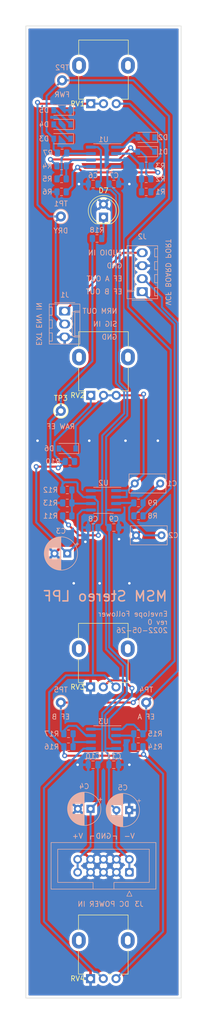
<source format=kicad_pcb>
(kicad_pcb (version 20211014) (generator pcbnew)
  (title_block (title "MSM Stereo LPF envelope follower board") (date "2022-05-26") (rev "0") (comment 1 "creativecommons.org/licenses/by/4.0") (comment 2 "License: CC by 4.0") (comment 3 "Drawn by: Jordan Aceto"))
  (layers (0 "F.Cu" signal) (31 "B.Cu" signal) (34 "B.Paste" user) (35 "F.Paste" user) (36 "B.SilkS" user "B.Silkscreen") (37 "F.SilkS" user "F.Silkscreen") (38 "B.Mask" user) (39 "F.Mask" user) (44 "Edge.Cuts" user))
  (net 0 "")
  (net 1 "/fwr/SIGNAL_IN")
  (net 2 "Net-(C1-Pad2)")
  (net 3 "Net-(C2-Pad1)")
  (net 4 "GND")
  (net 5 "Net-(C3-Pad1)")
  (net 6 "/attenuverters/SIGNAL_IN")
  (net 7 "+15V")
  (net 8 "-15V")
  (net 9 "Net-(D1-Pad1)")
  (net 10 "Net-(D2-Pad1)")
  (net 11 "Net-(C1-Pad1)")
  (net 12 "Net-(D4-Pad1)")
  (net 13 "/DRY_AUDIO_FROM_VCF_BOARD")
  (net 14 "/attenuverters/ENVELOPE_OUT_A")
  (net 15 "/attenuverters/ENVELOPE_OUT_B")
  (net 16 "Net-(D3-Pad1)")
  (net 17 "/fwr/SIGNAL_OUT")
  (net 18 "Net-(RV3-Pad2)")
  (net 19 "Net-(RV4-Pad2)")
  (net 20 "Net-(D1-Pad2)")
  (net 21 "Net-(D6-Pad2)")
  (net 22 "Net-(D7-Pad1)")
  (net 23 "Net-(R1-Pad1)")
  (net 24 "Net-(R5-Pad2)")
  (net 25 "Net-(R1-Pad2)")
  (net 26 "Net-(R4-Pad2)")
  (net 27 "Net-(R11-Pad2)")
  (net 28 "Net-(R14-Pad2)")
  (net 29 "Net-(R16-Pad2)")
  (footprint "Potentiometer_THT:Potentiometer_Alpha_RD901F-40-00D_Single_Vertical" (layer "F.Cu") (at 127.04 25.4 90)
    (fp_text reference "RV1")
    (fp_text value "100k")
  )
  (footprint "LED_THT:LED_D5.0mm" (layer "F.Cu") (at 129.54 47.63 90)
    (fp_text reference "D7")
    (fp_text value "red_green")
  )
  (footprint "Potentiometer_THT:Potentiometer_Alpha_RD901F-40-00D_Single_Vertical" (layer "F.Cu") (at 127.04 82.55 90)
    (fp_text reference "RV2")
    (fp_text value "100k")
  )
  (footprint "Potentiometer_THT:Potentiometer_Alpha_RD901F-40-00D_Single_Vertical" (layer "F.Cu") (at 127 196.85 90)
    (fp_text reference "RV4")
    (fp_text value "100k C.D.")
  )
  (footprint "Potentiometer_THT:Potentiometer_Alpha_RD901F-40-00D_Single_Vertical" (layer "F.Cu") (at 127 139.7 90)
    (fp_text reference "RV3")
    (fp_text value "100k C.D.")
  )
  (footprint "TestPoint:TestPoint_Keystone_5000-5004_Miniature" (layer "F.Cu") (at 121.158 85.598)
    (fp_text reference "TP3")
    (fp_text value "raw_env")
  )
  (footprint "Package_SO:SOIC-8_3.9x4.9mm_P1.27mm" (layer "B.Cu") (at 129.54 149.86 180)
    (fp_text reference "U3")
    (fp_text value "TL072")
  )
  (footprint "Resistor_SMD:R_0805_2012Metric" (layer "B.Cu") (at 122.428 106.172)
    (fp_text reference "R11")
    (fp_text value "680k")
  )
  (footprint "Resistor_SMD:R_0805_2012Metric" (layer "B.Cu") (at 136.398 106.172 180)
    (fp_text reference "R8")
    (fp_text value "10k")
  )
  (footprint "Connector_IDC:IDC-Header_2x05_P2.54mm_Vertical" (layer "B.Cu") (at 134.62 176.0125 90)
    (fp_text reference "J3")
    (fp_text value "power_entry")
  )
  (footprint "Capacitor_SMD:C_0805_2012Metric" (layer "B.Cu") (at 131.572 41.148 180)
    (fp_text reference "C7")
    (fp_text value "100n")
  )
  (footprint "TestPoint:TestPoint_Keystone_5000-5004_Miniature" (layer "B.Cu") (at 121.158 47.498 180)
    (fp_text reference "TP1")
    (fp_text value "dry_audio")
  )
  (footprint "Resistor_SMD:R_0805_2012Metric" (layer "B.Cu") (at 121.3085 40.132 180)
    (fp_text reference "R5")
    (fp_text value "100k")
  )
  (footprint "Resistor_SMD:R_0805_2012Metric" (layer "B.Cu") (at 136.378259 148.87)
    (fp_text reference "R15")
    (fp_text value "100k")
  )
  (footprint "Resistor_SMD:R_0805_2012Metric" (layer "B.Cu") (at 136.398 103.632 180)
    (fp_text reference "R9")
    (fp_text value "10k")
  )
  (footprint "Diode_SMD:D_SOD-123" (layer "B.Cu") (at 137.922 32.004 180)
    (fp_text reference "D2")
    (fp_text value "1N4148W")
  )
  (footprint "Capacitor_THT:C_Rect_L7.0mm_W3.5mm_P5.00mm" (layer "B.Cu") (at 140.93 109.982 180)
    (fp_text reference "C2")
    (fp_text value "220n")
  )
  (footprint "Connector_Molex:Molex_KK-254_AE-6410-03A_1x03_P2.54mm_Vertical" (layer "B.Cu") (at 121.92 66.04 -90)
    (fp_text reference "J1")
    (fp_text value "audio_IO")
  )
  (footprint "Capacitor_SMD:C_0805_2012Metric" (layer "B.Cu") (at 127.488259 154.94 180)
    (fp_text reference "C10")
    (fp_text value "100n")
  )
  (footprint "Package_SO:SOIC-8_3.9x4.9mm_P1.27mm" (layer "B.Cu") (at 129.54 103.124 180)
    (fp_text reference "U2")
    (fp_text value "TL072")
  )
  (footprint "Capacitor_THT:CP_Radial_D6.3mm_P2.50mm" (layer "B.Cu") (at 134.58 163.83 180)
    (fp_text reference "C5")
    (fp_text value "10u")
  )
  (footprint "Capacitor_THT:CP_Radial_D6.3mm_P2.50mm" (layer "B.Cu") (at 127 163.576 180)
    (fp_text reference "C4")
    (fp_text value "10u")
  )
  (footprint "Resistor_SMD:R_0805_2012Metric" (layer "B.Cu") (at 121.3085 37.592)
    (fp_text reference "R4")
    (fp_text value "100k")
  )
  (footprint "Resistor_SMD:R_0805_2012Metric" (layer "B.Cu") (at 121.3085 42.672 180)
    (fp_text reference "R6")
    (fp_text value "100k")
  )
  (footprint "Resistor_SMD:R_0805_2012Metric" (layer "B.Cu") (at 128.27 51.816 180)
    (fp_text reference "R18")
    (fp_text value "3k3")
  )
  (footprint "Connector_Molex:Molex_KK-254_AE-6410-04A_1x04_P2.54mm_Vertical" (layer "B.Cu") (at 137.14 62.23 90)
    (fp_text reference "J2")
    (fp_text value "vcf_board_port")
  )
  (footprint "TestPoint:TestPoint_Keystone_5000-5004_Miniature" (layer "B.Cu") (at 121.412 20.828 180)
    (fp_text reference "TP2")
    (fp_text value "fwr_positive_signal")
  )
  (footprint "Diode_SMD:D_SOD-123" (layer "B.Cu") (at 137.922 34.798 180)
    (fp_text reference "D1")
    (fp_text value "1N4148W")
  )
  (footprint "Resistor_SMD:R_0805_2012Metric" (layer "B.Cu") (at 137.922 40.132)
    (fp_text reference "R2")
    (fp_text value "100k")
  )
  (footprint "Diode_SMD:D_SOD-123" (layer "B.Cu") (at 121.412 32.258 180)
    (fp_text reference "D3")
    (fp_text value "1N4148W")
  )
  (footprint "Capacitor_SMD:C_0805_2012Metric" (layer "B.Cu") (at 131.552259 154.94 180)
    (fp_text reference "C11")
    (fp_text value "100n")
  )
  (footprint "Resistor_SMD:R_0805_2012Metric" (layer "B.Cu") (at 122.428 103.632 180)
    (fp_text reference "R13")
    (fp_text value "47k")
  )
  (footprint "Resistor_SMD:R_0805_2012Metric" (layer "B.Cu") (at 121.412 35.052 180)
    (fp_text reference "R7")
    (fp_text value "5k6")
  )
  (footprint "TestPoint:TestPoint_Keystone_5000-5004_Miniature" (layer "B.Cu") (at 137.922 142.748 180)
    (fp_text reference "TP4")
    (fp_text value "env_A")
  )
  (footprint "Resistor_SMD:R_0805_2012Metric" (layer "B.Cu") (at 122.662259 148.87 180)
    (fp_text reference "R17")
    (fp_text value "100k")
  )
  (footprint "Capacitor_THT:CP_Radial_D6.3mm_P2.50mm" (layer "B.Cu") (at 122.428 113.538 180)
    (fp_text reference "C3")
    (fp_text value "10u")
  )
  (footprint "Diode_SMD:D_SOD-123" (layer "B.Cu") (at 121.412 29.464 180)
    (fp_text reference "D4")
    (fp_text value "1N4148W")
  )
  (footprint "Resistor_SMD:R_0805_2012Metric" (layer "B.Cu") (at 122.662259 151.41)
    (fp_text reference "R16")
    (fp_text value "100k")
  )
  (footprint "Resistor_SMD:R_0805_2012Metric" (layer "B.Cu") (at 136.378259 151.41 180)
    (fp_text reference "R14")
    (fp_text value "100k")
  )
  (footprint "Resistor_SMD:R_0805_2012Metric" (layer "B.Cu") (at 137.922 42.672 180)
    (fp_text reference "R1")
    (fp_text value "5k6")
  )
  (footprint "Diode_SMD:D_SOD-123" (layer "B.Cu") (at 122.428 92.964 180)
    (fp_text reference "D6")
    (fp_text value "1N4148W")
  )
  (footprint "Package_SO:SOIC-8_3.9x4.9mm_P1.27mm" (layer "B.Cu") (at 129.54 35.814 180)
    (fp_text reference "U1")
    (fp_text value "TL072")
  )
  (footprint "Resistor_SMD:R_0805_2012Metric" (layer "B.Cu") (at 137.922 37.592)
    (fp_text reference "R3")
    (fp_text value "100k")
  )
  (footprint "Diode_SMD:D_SOD-123" (layer "B.Cu") (at 121.412 26.67 180)
    (fp_text reference "D5")
    (fp_text value "1N4148W")
  )
  (footprint "TestPoint:TestPoint_Keystone_5000-5004_Miniature" (layer "B.Cu") (at 121.158 142.748 180)
    (fp_text reference "TP5")
    (fp_text value "env_B")
  )
  (footprint "Capacitor_SMD:C_0805_2012Metric" (layer "B.Cu") (at 127.508 108.458 180)
    (fp_text reference "C8")
    (fp_text value "100n")
  )
  (footprint "Resistor_SMD:R_0805_2012Metric" (layer "B.Cu") (at 122.428 101.092 180)
    (fp_text reference "R12")
    (fp_text value "220k")
  )
  (footprint "Capacitor_SMD:C_0805_2012Metric" (layer "B.Cu") (at 127.508 41.148 180)
    (fp_text reference "C6")
    (fp_text value "100n")
  )
  (footprint "Resistor_SMD:R_0805_2012Metric" (layer "B.Cu") (at 122.936 95.504 180)
    (fp_text reference "R10")
    (fp_text value "1k")
  )
  (footprint "Capacitor_SMD:C_0805_2012Metric" (layer "B.Cu") (at 131.572 108.458 180)
    (fp_text reference "C9")
    (fp_text value "100n")
  )
  (footprint "Capacitor_THT:C_Rect_L7.0mm_W3.5mm_P5.00mm" (layer "B.Cu") (at 140.676 99.822 180)
    (fp_text reference "C1")
    (fp_text value "470n")
  )
  (gr_line (start 127 168.91) (end 127 169.545) (layer "B.SilkS") (width 0.15))
  (gr_line (start 127.635 168.91) (end 127 168.91) (layer "B.SilkS") (width 0.15))
  (gr_line (start 132.08 168.91) (end 132.08 169.545) (layer "B.SilkS") (width 0.15))
  (gr_line (start 131.445 168.91) (end 132.08 168.91) (layer "B.SilkS") (width 0.15))
  (gr_line (start 114.3 10.16) (end 114.3 200.66) (layer "Edge.Cuts") (width 0.1))
  (gr_line (start 114.3 200.66) (end 144.78 200.66) (layer "Edge.Cuts") (width 0.1))
  (gr_line (start 144.78 10.16) (end 114.3 10.16) (layer "Edge.Cuts") (width 0.1))
  (gr_line (start 144.78 200.66) (end 144.78 10.16) (layer "Edge.Cuts") (width 0.1))
  (gr_text "SIG IN" (at 132.334 68.58) (layer "B.SilkS") (effects (font (size 1 1)) (justify left mirror)))
  (gr_text "GND" (at 132.334 71.12) (layer "B.SilkS") (effects (font (size 1 1)) (justify left mirror)))
  (gr_text "FWR" (at 121.412 23.622) (layer "B.SilkS") (effects (font (size 1 1)) (justify mirror)))
  (gr_text "V-" (at 134.62 168.91) (layer "B.SilkS") (effects (font (size 1 1)) (justify mirror)))
  (gr_text "GND" (at 133.33 57.15) (layer "B.SilkS") (effects (font (size 1 1)) (justify left mirror)))
  (gr_text "VCF BOARD PORT" (at 142.22 58.42 270) (layer "B.SilkS") (effects (font (size 1 1)) (justify mirror)))
  (gr_text "GND" (at 129.54 168.91) (layer "B.SilkS") (effects (font (size 1 1)) (justify mirror)))
  (gr_text "Envelope Follower\nrev 0\n2022-05-26" (at 142.24 127) (layer "B.SilkS") (effects (font (size 1 1)) (justify left mirror)))
  (gr_text "AUDIO IN" (at 133.33 54.61) (layer "B.SilkS") (effects (font (size 1 1)) (justify left mirror)))
  (gr_text "EF A" (at 137.922 145.542) (layer "B.SilkS") (effects (font (size 1 1)) (justify mirror)))
  (gr_text "EF A OUT" (at 133.33 59.69) (layer "B.SilkS") (effects (font (size 1 1)) (justify left mirror)))
  (gr_text "RAW EF" (at 121.158 88.646) (layer "B.SilkS") (effects (font (size 1 1)) (justify mirror)))
  (gr_text "NRM OUT" (at 132.334 66.04) (layer "B.SilkS") (effects (font (size 1 1)) (justify left mirror)))
  (gr_text "DC POWER IN" (at 129.54 182.245) (layer "B.SilkS") (effects (font (size 1 1)) (justify mirror)))
  (gr_text "EXT ENV IN" (at 116.84 68.58 270) (layer "B.SilkS") (effects (font (size 1 1)) (justify mirror)))
  (gr_text "MSM Stereo LPF" (at 142.24 121.92) (layer "B.SilkS") (effects (font (size 2 2) (thickness 0.3)) (justify left mirror)))
  (gr_text "EF B" (at 121.158 145.542) (layer "B.SilkS") (effects (font (size 1 1)) (justify mirror)))
  (gr_text "DRY" (at 121.158 50.292) (layer "B.SilkS") (effects (font (size 1 1)) (justify mirror)))
  (gr_text "V+" (at 124.46 168.91) (layer "B.SilkS") (effects (font (size 1 1)) (justify mirror)))
  (gr_text "EF B OUT" (at 133.33 62.23) (layer "B.SilkS") (effects (font (size 1 1)) (justify left mirror)))
  (segment (start 116.84 25.4) (end 127.04 25.4) (width 0.4) (layer "F.Cu") (net 1))
  (segment (start 116.586 25.146) (end 116.84 25.4) (width 0.4) (layer "F.Cu") (net 1))
  (via (at 116.586 25.146) (size 1) (drill 0.5) (layers "F.Cu" "B.Cu") (net 1))
  (segment (start 127.04 25.4) (end 129.54 25.4) (width 0.4) (layer "B.Cu") (net 1))
  (segment (start 116.84 45.466) (end 116.586 45.212) (width 0.4) (layer "B.Cu") (net 1))
  (segment (start 120.158 48.498) (end 120.158 66.818) (width 0.4) (layer "B.Cu") (net 1))
  (segment (start 116.586 45.212) (end 116.586 25.146) (width 0.4) (layer "B.Cu") (net 1))
  (segment (start 118.872 47.498) (end 116.84 45.466) (width 0.4) (layer "B.Cu") (net 1))
  (segment (start 121.158 47.498) (end 120.158 48.498) (width 0.4) (layer "B.Cu") (net 1))
  (segment (start 121.158 47.498) (end 118.872 47.498) (width 0.4) (layer "B.Cu") (net 1))
  (segment (start 120.158 66.818) (end 121.92 68.58) (width 0.4) (layer "B.Cu") (net 1))
  (segment (start 137.16 82.55) (end 137.414 82.296) (width 0.4) (layer "F.Cu") (net 2))
  (segment (start 132.04 82.55) (end 137.16 82.55) (width 0.4) (layer "F.Cu") (net 2))
  (via (at 137.414 82.296) (size 1) (drill 0.5) (layers "F.Cu" "B.Cu") (net 2))
  (segment (start 124.078 88.52) (end 124.078 92.964) (width 0.4) (layer "B.Cu") (net 2))
  (segment (start 129.54 82.55) (end 132.04 82.55) (width 0.4) (layer "B.Cu") (net 2))
  (segment (start 134.279 101.219) (end 135.676 99.822) (width 0.4) (layer "B.Cu") (net 2))
  (segment (start 133.985 101.219) (end 134.279 101.219) (width 0.4) (layer "B.Cu") (net 2))
  (segment (start 134.112 102.489) (end 132.015 102.489) (width 0.4) (layer "B.Cu") (net 2))
  (segment (start 129.54 82.55) (end 129.54 83.058) (width 0.4) (layer "B.Cu") (net 2))
  (segment (start 133.985 101.219) (end 134.112 101.346) (width 0.4) (layer "B.Cu") (net 2))
  (segment (start 129.54 83.058) (end 124.078 88.52) (width 0.4) (layer "B.Cu") (net 2))
  (segment (start 137.414 98.084) (end 137.414 82.296) (width 0.4) (layer "B.Cu") (net 2))
  (segment (start 134.112 101.346) (end 134.112 102.489) (width 0.4) (layer "B.Cu") (net 2))
  (segment (start 135.676 99.822) (end 137.414 98.084) (width 0.4) (layer "B.Cu") (net 2))
  (segment (start 132.015 101.219) (end 133.985 101.219) (width 0.4) (layer "B.Cu") (net 2))
  (segment (start 140.93 109.982) (end 137.664441 109.982) (width 0.4) (layer "B.Cu") (net 3))
  (segment (start 135.4855 103.632) (end 132.142 103.632) (width 0.4) (layer "B.Cu") (net 3))
  (segment (start 137.664441 109.982) (end 134.57348 106.891039) (width 0.4) (layer "B.Cu") (net 3))
  (segment (start 132.142 103.632) (end 132.015 103.759) (width 0.4) (layer "B.Cu") (net 3))
  (segment (start 134.57348 104.54402) (end 135.4855 103.632) (width 0.4) (layer "B.Cu") (net 3))
  (segment (start 134.57348 106.891039) (end 134.57348 104.54402) (width 0.4) (layer "B.Cu") (net 3))
  (via (at 133.858 91.44) (size 1) (drill 0.5) (layers "F.Cu" "B.Cu") (net 4))
  (via (at 123.698 119.38) (size 1) (drill 0.5) (layers "F.Cu" "B.Cu") (net 4))
  (via (at 134.62 119.38) (size 1) (drill 0.5) (layers "F.Cu" "B.Cu") (net 4))
  (via (at 140.208 91.44) (size 1) (drill 0.5) (layers "F.Cu" "B.Cu") (net 4))
  (via (at 132.588 110.744) (size 1) (drill 0.5) (layers "F.Cu" "B.Cu") (net 4))
  (via (at 128.778 119.38) (size 1) (drill 0.5) (layers "F.Cu" "B.Cu") (net 4))
  (via (at 134.62 154.94) (size 1) (drill 0.5) (layers "F.Cu" "B.Cu") (net 4))
  (via (at 124.714 41.148) (size 1) (drill 0.5) (layers "F.Cu" "B.Cu") (net 4))
  (via (at 124.46 154.94) (size 1) (drill 0.5) (layers "F.Cu" "B.Cu") (net 4))
  (via (at 134.62 41.148) (size 1) (drill 0.5) (layers "F.Cu" "B.Cu") (net 4))
  (via (at 125.984 111.252) (size 1) (drill 0.5) (layers "F.Cu" "B.Cu") (net 4))
  (via (at 126.746 91.44) (size 1) (drill 0.5) (layers "F.Cu" "B.Cu") (net 4))
  (via (at 116.586 91.44) (size 1) (drill 0.5) (layers "F.Cu" "B.Cu") (net 4))
  (segment (start 120.396 96.52) (end 120.65 96.774) (width 0.4) (layer "F.Cu") (net 5))
  (segment (start 116.332 96.52) (end 120.396 96.52) (width 0.4) (layer "F.Cu") (net 5))
  (via (at 120.65 96.774) (size 1) (drill 0.5) (layers "F.Cu" "B.Cu") (net 5))
  (via (at 116.332 96.52) (size 1) (drill 0.5) (layers "F.Cu" "B.Cu") (net 5))
  (segment (start 122.428 113.538) (end 116.332 107.442) (width 0.4) (layer "B.Cu") (net 5))
  (segment (start 119.928489 94.274489) (end 121.158 95.504) (width 0.4) (layer "B.Cu") (net 5))
  (segment (start 116.332 107.442) (end 116.332 96.52) (width 0.4) (layer "B.Cu") (net 5))
  (segment (start 122.428 113.538) (end 124.46 111.506) (width 0.4) (layer "B.Cu") (net 5))
  (segment (start 120.65 96.774) (end 120.7535 96.774) (width 0.4) (layer "B.Cu") (net 5))
  (segment (start 124.46 105.918) (end 125.349 105.029) (width 0.4) (layer "B.Cu") (net 5))
  (segment (start 125.349 105.029) (end 127.065 105.029) (width 0.4) (layer "B.Cu") (net 5))
  (segment (start 127.04 84.542) (end 119.928489 91.653511) (width 0.4) (layer "B.Cu") (net 5))
  (segment (start 124.46 111.506) (end 124.46 105.918) (width 0.4) (layer "B.Cu") (net 5))
  (segment (start 127.04 82.55) (end 127.04 84.542) (width 0.4) (layer "B.Cu") (net 5))
  (segment (start 120.7535 96.774) (end 122.0235 95.504) (width 0.4) (layer "B.Cu") (net 5))
  (segment (start 119.928489 91.653511) (end 119.928489 94.274489) (width 0.4) (layer "B.Cu") (net 5))
  (segment (start 121.158 95.504) (end 122.0235 95.504) (width 0.4) (layer "B.Cu") (net 5))
  (segment (start 121.92 153.162) (end 137.16 153.162) (width 0.4) (layer "F.Cu") (net 6))
  (segment (start 137.16 153.162) (end 137.414 152.908) (width 0.4) (layer "F.Cu") (net 6))
  (via (at 137.414 152.908) (size 1) (drill 0.5) (layers "F.Cu" "B.Cu") (net 6))
  (via (at 121.92 153.162) (size 1) (drill 0.5) (layers "F.Cu" "B.Cu") (net 6))
  (segment (start 132 196.85) (end 141.224 187.626) (width 0.4) (layer "B.Cu") (net 6))
  (segment (start 124.206 99.568) (end 121.92 99.568) (width 0.4) (layer "B.Cu") (net 6))
  (segment (start 121.412 100.9885) (end 121.5155 101.092) (width 0.4) (layer "B.Cu") (net 6))
  (segment (start 124.46 99.822) (end 124.206 99.568) (width 0.4) (layer "B.Cu") (net 6))
  (segment (start 141.224 156.718) (end 137.414 152.908) (width 0.4) (layer "B.Cu") (net 6))
  (segment (start 121.749759 151.41) (end 121.749759 152.991759) (width 0.4) (layer "B.Cu") (net 6))
  (segment (start 127.547138 102.489) (end 128.43952 103.381382) (width 0.4) (layer "B.Cu") (net 6))
  (segment (start 121.749759 152.991759) (end 121.92 153.162) (width 0.4) (layer "B.Cu") (net 6))
  (segment (start 118.872 140.716) (end 122.174 137.414) (width 0.4) (layer "B.Cu") (net 6))
  (segment (start 127.45752 107.814921) (end 127.45752 137.36352) (width 0.4) (layer "B.Cu") (net 6))
  (segment (start 128.43952 106.832921) (end 127.45752 107.814921) (width 0.4) (layer "B.Cu") (net 6))
  (segment (start 137.414 152.908) (end 137.414 151.533241) (width 0.4) (layer "B.Cu") (net 6))
  (segment (start 127.45752 137.36352) (end 127.508 137.414) (width 0.4) (layer "B.Cu") (net 6))
  (segment (start 137.414 151.533241) (end 137.290759 151.41) (width 0.4) (layer "B.Cu") (net 6))
  (segment (start 127.3575 75.8425) (end 127.3575 51.816) (width 0.4) (layer "B.Cu") (net 6))
  (segment (start 129.714 137.414) (end 132 139.7) (width 0.4) (layer "B.Cu") (net 6))
  (segment (start 121.749759 151.41) (end 118.872 148.532241) (width 0.4) (layer "B.Cu") (net 6))
  (segment (start 122.174 137.414) (end 127.762 137.414) (width 0.4) (layer "B.Cu") (net 6))
  (segment (start 141.224 187.626) (end 141.224 156.718) (width 0.4) (layer "B.Cu") (net 6))
  (segment (start 119.126 97.028) (end 121.5155 99.4175) (width 0.4) (layer "B.Cu") (net 6))
  (segment (start 121.158 85.598) (end 121.158 82.042) (width 0.4) (layer "B.Cu") (net 6))
  (segment (start 127.762 137.414) (end 129.714 137.414) (width 0.4) (layer "B.Cu") (net 6))
  (segment (start 121.158 85.598) (end 119.126 87.63) (width 0.4) (layer "B.Cu") (net 6))
  (segment (start 121.92 99.568) (end 121.412 100.076) (width 0.4) (layer "B.Cu") (net 6))
  (segment (start 118.872 148.532241) (end 118.872 140.716) (width 0.4) (layer "B.Cu") (net 6))
  (segment (start 121.5155 99.4175) (end 121.5155 101.092) (width 0.4) (layer "B.Cu") (net 6))
  (segment (start 124.46 101.346) (end 124.46 99.822) (width 0.4) (layer "B.Cu") (net 6))
  (segment (start 127.065 102.489) (end 125.603 102.489) (width 0.4) (layer "B.Cu") (net 6))
  (segment (start 121.158 82.042) (end 127.3575 75.8425) (width 0.4) (layer "B.Cu") (net 6))
  (segment (start 125.603 102.489) (end 124.46 101.346) (width 0.4) (layer "B.Cu") (net 6))
  (segment (start 121.412 100.076) (end 121.412 100.9885) (width 0.4) (layer "B.Cu") (net 6))
  (segment (start 127.065 102.489) (end 127.547138 102.489) (width 0.4) (layer "B.Cu") (net 6))
  (segment (start 128.43952 103.381382) (end 128.43952 106.832921) (width 0.4) (layer "B.Cu") (net 6))
  (segment (start 119.126 87.63) (end 119.126 97.028) (width 0.4) (layer "B.Cu") (net 6))
  (segment (start 122.682 107.95) (end 124.714 109.982) (width 0.4) (layer "F.Cu") (net 7))
  (segment (start 124.714 109.982) (end 128.524 109.982) (width 0.4) (layer "F.Cu") (net 7))
  (via (at 128.524 109.982) (size 1) (drill 0.5) (layers "F.Cu" "B.Cu") (net 7))
  (via (at 122.682 107.95) (size 1) (drill 0.5) (layers "F.Cu" "B.Cu") (net 7))
  (segment (start 133.604 81.788) (end 133.604 86.106) (width 0.4) (layer "B.Cu") (net 7))
  (segment (start 133.604 86.106) (end 129.286 90.424) (width 0.4) (layer "B.Cu") (net 7))
  (segment (start 129.286 101.092) (end 129.159 101.219) (width 0.4) (layer "B.Cu") (net 7))
  (segment (start 131.980969 80.164969) (end 133.604 81.788) (width 0.4) (layer "B.Cu") (net 7))
  (segment (start 127.065 33.909) (end 128.397 33.909) (width 0.4) (layer "B.Cu") (net 7))
  (segment (start 128.458 108.458) (end 130.048 110.048) (width 0.4) (layer "B.Cu") (net 7))
  (segment (start 121.5155 106.7835) (end 122.682 107.95) (width 0.4) (layer "B.Cu") (net 7))
  (segment (start 131.980969 43.354819) (end 131.980969 80.164969) (width 0.4) (layer "B.Cu") (net 7))
  (segment (start 129.286 144.78) (end 129.286 149.183836) (width 0.4) (layer "B.Cu") (net 7))
  (segment (start 128.438259 154.94) (end 128.438259 162.137741) (width 0.4) (layer "B.Cu") (net 7))
  (segment (start 129.032 40.574) (end 128.458 41.148) (width 0.4) (layer "B.Cu") (net 7))
  (segment (start 133.35 140.716) (end 129.286 144.78) (width 0.4) (layer "B.Cu") (net 7))
  (segment (start 128.524 109.982) (end 128.524 108.524) (width 0.4) (layer "B.Cu") (net 7))
  (segment (start 133.35 135.636) (end 133.35 140.716) (width 0.4) (layer "B.Cu") (net 7))
  (segment (start 129.286 107.63) (end 128.458 108.458) (width 0.4) (layer "B.Cu") (net 7))
  (segment (start 124.46 176.0125) (end 124.46 173.4725) (width 0.4) (layer "B.Cu") (net 7))
  (segment (start 129.286 101.092) (end 129.286 107.63) (width 0.4) (layer "B.Cu") (net 7))
  (segment (start 128.458 41.148) (end 129.58252 42.27252) (width 0.4) (layer "B.Cu") (net 7))
  (segment (start 130.89867 42.27252) (end 131.980969 43.354819) (width 0.4) (layer "B.Cu") (net 7))
  (segment (start 130.048 110.048) (end 130.048 132.334) (width 0.4) (layer "B.Cu") (net 7))
  (segment (start 128.438259 162.137741) (end 127 163.576) (width 0.4) (layer "B.Cu") (net 7))
  (segment (start 121.5155 106.172) (end 121.5155 106.7835) (width 0.4) (layer "B.Cu") (net 7))
  (segment (start 128.524 108.524) (end 128.458 108.458) (width 0.4) (layer "B.Cu") (net 7))
  (segment (start 127.065 147.955) (end 129.286 147.955) (width 0.4) (layer "B.Cu") (net 7))
  (segment (start 127 163.576) (end 127 170.9325) (width 0.4) (layer "B.Cu") (net 7))
  (segment (start 129.286 154.092259) (end 128.438259 154.94) (width 0.4) (layer "B.Cu") (net 7))
  (segment (start 129.286 90.424) (end 129.286 101.092) (width 0.4) (layer "B.Cu") (net 7))
  (segment (start 127 170.9325) (end 124.46 173.4725) (width 0.4) (layer "B.Cu") (net 7))
  (segment (start 129.286 149.183836) (end 129.286 154.092259) (width 0.4) (layer "B.Cu") (net 7))
  (segment (start 129.159 101.219) (end 127.065 101.219) (width 0.4) (layer "B.Cu") (net 7))
  (segment (start 129.58252 42.27252) (end 130.89867 42.27252) (width 0.4) (layer "B.Cu") (net 7))
  (segment (start 129.286 147.955) (end 129.286 149.183836) (width 0.4) (layer "B.Cu") (net 7))
  (segment (start 130.048 132.334) (end 133.35 135.636) (width 0.4) (layer "B.Cu") (net 7))
  (segment (start 128.397 33.909) (end 129.032 34.544) (width 0.4) (layer "B.Cu") (net 7))
  (segment (start 129.032 34.544) (end 129.032 40.574) (width 0.4) (layer "B.Cu") (net 7))
  (segment (start 129.885511 152.237511) (end 130.602259 152.954259) (width 0.4) (layer "B.Cu") (net 8))
  (segment (start 130.622 108.458) (end 130.647511 108.483511) (width 0.4) (layer "B.Cu") (net 8))
  (segment (start 132.08 163.83) (end 132.08 170.9325) (width 0.4) (layer "B.Cu") (net 8))
  (segment (start 132.58048 74.061183) (end 132.58048 76.038817) (width 0.4) (layer "B.Cu") (net 8))
  (segment (start 134.203511 81.539675) (end 134.20351 86.52249) (width 0.4) (layer "B.Cu") (net 8))
  (segment (start 132.679511 73.962152) (end 132.58048 74.061183) (width 0.4) (layer "B.Cu") (net 8))
  (segment (start 132.679511 80.015675) (end 134.203511 81.539675) (width 0.4) (layer "B.Cu") (net 8))
  (segment (start 132.015 37.719) (end 131.191 37.719) (width 0.4) (layer "B.Cu") (net 8))
  (segment (start 134.20351 86.52249) (end 130.048 90.678) (width 0.4) (layer "B.Cu") (net 8))
  (segment (start 131.191 37.719) (end 130.302 38.608) (width 0.4) (layer "B.Cu") (net 8))
  (segment (start 130.048 105.156) (end 130.048 105.918) (width 0.4) (layer "B.Cu") (net 8))
  (segment (start 134.112 140.97) (end 129.885511 145.196489) (width 0.4) (layer "B.Cu") (net 8))
  (segment (start 132.58048 76.038817) (end 132.679511 76.137848) (width 0.4) (layer "B.Cu") (net 8))
  (segment (start 130.602259 154.94) (end 130.602259 162.352259) (width 0.4) (layer "B.Cu") (net 8))
  (segment (start 130.647511 108.483511) (end 130.647511 131.917511) (width 0.4) (layer "B.Cu") (net 8))
  (segment (start 132.015 105.029) (end 130.175 105.029) (width 0.4) (layer "B.Cu") (net 8))
  (segment (start 129.885511 151.800489) (end 129.885511 152.237511) (width 0.4) (layer "B.Cu") (net 8))
  (segment (start 132.08 170.9325) (end 134.62 173.4725) (width 0.4) (layer "B.Cu") (net 8))
  (segment (start 130.302 40.828) (end 130.622 41.148) (width 0.4) (layer "B.Cu") (net 8))
  (segment (start 130.048 107.884) (end 130.622 108.458) (width 0.4) (layer "B.Cu") (net 8))
  (segment (start 129.921 151.765) (end 129.885511 151.800489) (width 0.4) (layer "B.Cu") (net 8))
  (segment (start 130.647511 131.917511) (end 134.112 135.382) (width 0.4) (layer "B.Cu") (net 8))
  (segment (start 132.679511 76.137848) (end 132.679511 80.015675) (width 0.4) (layer "B.Cu") (net 8))
  (segment (start 130.602259 152.954259) (end 130.602259 154.94) (width 0.4) (layer "B.Cu") (net 8))
  (segment (start 130.622 41.148) (end 132.679511 43.205511) (width 0.4) (layer "B.Cu") (net 8))
  (segment (start 130.048 90.678) (end 130.048 105.918) (width 0.4) (layer "B.Cu") (net 8))
  (segment (start 132.679511 43.205511) (end 132.679511 73.962152) (width 0.4) (layer "B.Cu") (net 8))
  (segment (start 129.885511 145.196489) (end 129.885511 151.800489) (width 0.4) (layer "B.Cu") (net 8))
  (segment (start 134.112 135.382) (end 134.112 140.97) (width 0.4) (layer "B.Cu") (net 8))
  (segment (start 130.048 105.918) (end 130.048 107.884) (width 0.4) (layer "B.Cu") (net 8))
  (segment (start 130.302 38.608) (end 130.302 40.828) (width 0.4) (layer "B.Cu") (net 8))
  (segment (start 132.015 151.765) (end 129.921 151.765) (width 0.4) (layer "B.Cu") (net 8))
  (segment (start 130.175 105.029) (end 130.048 105.156) (width 0.4) (layer "B.Cu") (net 8))
  (segment (start 134.62 176.0125) (end 134.62 173.4725) (width 0.4) (layer "B.Cu") (net 8))
  (segment (start 130.602259 162.352259) (end 132.08 163.83) (width 0.4) (layer "B.Cu") (net 8))
  (segment (start 135.382 32.004) (end 136.272 32.004) (width 0.4) (layer "B.Cu") (net 9))
  (segment (start 136.272 32.004) (end 136.778 32.004) (width 0.4) (layer "B.Cu") (net 9))
  (segment (start 136.778 32.004) (end 139.572 34.798) (width 0.4) (layer "B.Cu") (net 9))
  (segment (start 133.477 33.909) (end 135.382 32.004) (width 0.4) (layer "B.Cu") (net 9))
  (segment (start 132.015 33.909) (end 133.477 33.909) (width 0.4) (layer "B.Cu") (net 9))
  (segment (start 125.476 38.862) (end 124.46 37.846) (width 0.4) (layer "F.Cu") (net 10))
  (segment (start 140.208 38.862) (end 125.476 38.862) (width 0.4) (layer "F.Cu") (net 10))
  (via (at 140.208 38.862) (size 1) (drill 0.5) (layers "F.Cu" "B.Cu") (net 10))
  (via (at 124.46 37.846) (size 1) (drill 0.5) (layers "F.Cu" "B.Cu") (net 10))
  (segment (start 138.8345 37.592) (end 138.938 37.592) (width 0.4) (layer "B.Cu") (net 10))
  (segment (start 138.938 37.592) (end 140.208 38.862) (width 0.4) (layer "B.Cu") (net 10))
  (segment (start 123.444 41.449) (end 123.444 38.862) (width 0.4) (layer "B.Cu") (net 10))
  (segment (start 123.444 38.862) (end 124.587 37.719) (width 0.4) (layer "B.Cu") (net 10))
  (segment (start 140.716 35.7105) (end 140.716 33.148) (width 0.4) (layer "B.Cu") (net 10))
  (segment (start 140.716 33.148) (end 139.572 32.004) (width 0.4) (layer "B.Cu") (net 10))
  (segment (start 124.587 37.719) (end 127.065 37.719) (width 0.4) (layer "B.Cu") (net 10))
  (segment (start 122.221 42.672) (end 123.444 41.449) (width 0.4) (layer "B.Cu") (net 10))
  (segment (start 138.8345 37.592) (end 140.716 35.7105) (width 0.4) (layer "B.Cu") (net 10))
  (segment (start 137.3105 103.632) (end 137.3105 103.1875) (width 0.4) (layer "B.Cu") (net 11))
  (segment (start 137.3105 103.1875) (end 140.676 99.822) (width 0.4) (layer "B.Cu") (net 11))
  (segment (start 137.3105 103.632) (end 137.3105 104.347) (width 0.4) (layer "B.Cu") (net 11))
  (segment (start 137.3105 104.347) (end 135.4855 106.172) (width 0.4) (layer "B.Cu") (net 11))
  (segment (start 119.762 26.67) (end 120.268 26.67) (width 0.4) (layer "B.Cu") (net 12))
  (segment (start 120.268 26.67) (end 123.062 29.464) (width 0.4) (layer "B.Cu") (net 12))
  (segment (start 121.92 66.04) (end 133.35 54.61) (width 0.4) (layer "F.Cu") (net 13))
  (segment (start 133.35 54.61) (end 137.14 54.61) (width 0.4) (layer "F.Cu") (net 13))
  (segment (start 137.922 142.748) (end 144.10951 136.56049) (width 0.4) (layer "B.Cu") (net 14))
  (segment (start 144.10951 136.56049) (end 144.10951 68.351674) (width 0.4) (layer "B.Cu") (net 14))
  (segment (start 141.019 65.261164) (end 141.019 63.344) (width 0.4) (layer "B.Cu") (net 14))
  (segment (start 132.015 147.955) (end 133.223 147.955) (width 0.4) (layer "B.Cu") (net 14))
  (segment (start 134.112 147.066) (end 135.486759 147.066) (width 0.4) (layer "B.Cu") (net 14))
  (segment (start 135.486759 147.066) (end 137.290759 148.87) (width 0.4) (layer "B.Cu") (net 14))
  (segment (start 137.922 148.238759) (end 137.922 142.748) (width 0.4) (layer "B.Cu") (net 14))
  (segment (start 137.365 59.69) (end 137.14 59.69) (width 0.4) (layer "B.Cu") (net 14))
  (segment (start 133.223 147.955) (end 134.112 147.066) (width 0.4) (layer "B.Cu") (net 14))
  (segment (start 141.019 63.344) (end 137.365 59.69) (width 0.4) (layer "B.Cu") (net 14))
  (segment (start 144.10951 68.351674) (end 141.019 65.261164) (width 0.4) (layer "B.Cu") (net 14))
  (segment (start 137.290759 148.87) (end 137.922 148.238759) (width 0.4) (layer "B.Cu") (net 14))
  (segment (start 121.158 142.748) (end 135.382 142.748) (width 0.4) (layer "F.Cu") (net 15))
  (via (at 135.382 142.748) (size 1) (drill 0.5) (layers "F.Cu" "B.Cu") (net 15))
  (segment (start 143.51 134.62) (end 143.51 68.6) (width 0.4) (layer "B.Cu") (net 15))
  (segment (start 121.158 148.278241) (end 121.158 142.748) (width 0.4) (layer "B.Cu") (net 15))
  (segment (start 135.382 142.748) (end 143.51 134.62) (width 0.4) (layer "B.Cu") (net 15))
  (segment (start 121.749759 148.252241) (end 121.749759 148.87) (width 0.4) (layer "B.Cu") (net 15))
  (segment (start 127.065 149.225) (end 126.111 149.225) (width 0.4) (layer "B.Cu") (net 15))
  (segment (start 122.682 147.32) (end 121.749759 148.252241) (width 0.4) (layer "B.Cu") (net 15))
  (segment (start 126.111 149.225) (end 124.206 147.32) (width 0.4) (layer "B.Cu") (net 15))
  (segment (start 124.206 147.32) (end 122.682 147.32) (width 0.4) (layer "B.Cu") (net 15))
  (segment (start 121.749759 148.87) (end 121.158 148.278241) (width 0.4) (layer "B.Cu") (net 15))
  (segment (start 143.51 68.6) (end 137.14 62.23) (width 0.4) (layer "B.Cu") (net 15))
  (segment (start 122.556 32.258) (end 119.762 29.464) (width 0.4) (layer "B.Cu") (net 16))
  (segment (start 123.062 32.258) (end 122.556 32.258) (width 0.4) (layer "B.Cu") (net 16))
  (segment (start 121.412 20.828) (end 118.364 23.876) (width 0.4) (layer "B.Cu") (net 17))
  (segment (start 137.3105 106.172) (end 142.748 100.7345) (width 0.4) (layer "B.Cu") (net 17))
  (segment (start 118.364 30.86) (end 119.762 32.258) (width 0.4) (layer "B.Cu") (net 17))
  (segment (start 120.4995 35.052) (end 119.762 34.3145) (width 0.4) (layer "B.Cu") (net 17))
  (segment (start 142.40249 44.03351) (end 142.40249 27.84849) (width 0.4) (layer "B.Cu") (net 17))
  (segment (start 142.40249 27.84849) (end 135.382 20.828) (width 0.4) (layer "B.Cu") (net 17))
  (segment (start 118.364 23.876) (end 118.364 30.86) (width 0.4) (layer "B.Cu") (net 17))
  (segment (start 134.366 52.07) (end 142.40249 44.03351) (width 0.4) (layer "B.Cu") (net 17))
  (segment (start 142.748 73.66) (end 134.366 65.278) (width 0.4) (layer "B.Cu") (net 17))
  (segment (start 134.366 65.278) (end 134.366 52.07) (width 0.4) (layer "B.Cu") (net 17))
  (segment (start 135.382 20.828) (end 121.412 20.828) (width 0.4) (layer "B.Cu") (net 17))
  (segment (start 142.748 100.7345) (end 142.748 73.66) (width 0.4) (layer "B.Cu") (net 17))
  (segment (start 119.762 34.3145) (end 119.762 32.258) (width 0.4) (layer "B.Cu") (net 17))
  (segment (start 130.799511 138.400489) (end 129.5 139.7) (width 0.4) (layer "F.Cu") (net 18))
  (segment (start 133.574489 138.400489) (end 130.799511 138.400489) (width 0.4) (layer "F.Cu") (net 18))
  (segment (start 135.128 139.954) (end 133.574489 138.400489) (width 0.4) (layer "F.Cu") (net 18))
  (via (at 135.128 139.954) (size 1) (drill 0.5) (layers "F.Cu" "B.Cu") (net 18))
  (segment (start 133.35 143.256) (end 135.128 141.478) (width 0.4) (layer "B.Cu") (net 18))
  (segment (start 132.015 150.495) (end 131.532862 150.495) (width 0.4) (layer "B.Cu") (net 18))
  (segment (start 135.128 141.478) (end 135.128 139.954) (width 0.4) (layer "B.Cu") (net 18))
  (segment (start 130.64048 145.96552) (end 133.35 143.256) (width 0.4) (layer "B.Cu") (net 18))
  (segment (start 131.532862 150.495) (end 130.64048 149.602618) (width 0.4) (layer "B.Cu") (net 18))
  (segment (start 130.64048 149.602618) (end 130.64048 145.96552) (width 0.4) (layer "B.Cu") (net 18))
  (segment (start 129.5 196.85) (end 128.200489 195.550489) (width 0.4) (layer "B.Cu") (net 19))
  (segment (start 128.200489 195.550489) (end 127.732489 195.550489) (width 0.4) (layer "B.Cu") (net 19))
  (segment (start 117.856 159.512) (end 125.603 151.765) (width 0.4) (layer "B.Cu") (net 19))
  (segment (start 117.856 185.674) (end 117.856 159.512) (width 0.4) (layer "B.Cu") (net 19))
  (segment (start 125.603 151.765) (end 127.065 151.765) (width 0.4) (layer "B.Cu") (net 19))
  (segment (start 127.732489 195.550489) (end 117.856 185.674) (width 0.4) (layer "B.Cu") (net 19))
  (segment (start 134.874 34.036) (end 132.588 36.322) (width 0.4) (layer "F.Cu") (net 20))
  (segment (start 132.588 36.322) (end 119.126 36.322) (width 0.4) (layer "F.Cu") (net 20))
  (via (at 134.874 34.036) (size 1) (drill 0.5) (layers "F.Cu" "B.Cu") (net 20))
  (via (at 119.126 36.322) (size 1) (drill 0.5) (layers "F.Cu" "B.Cu") (net 20))
  (segment (start 119.126 36.322) (end 120.396 37.592) (width 0.4) (layer "B.Cu") (net 20))
  (segment (start 137.92152 35.81352) (end 137.92152 39.21902) (width 0.4) (layer "B.Cu") (net 20))
  (segment (start 136.906 34.798) (end 137.92152 35.81352) (width 0.4) (layer "B.Cu") (net 20))
  (segment (start 136.272 34.798) (end 136.906 34.798) (width 0.4) (layer "B.Cu") (net 20))
  (segment (start 137.92152 39.21902) (end 138.8345 40.132) (width 0.4) (layer "B.Cu") (net 20))
  (segment (start 136.272 34.798) (end 135.636 34.798) (width 0.4) (layer "B.Cu") (net 20))
  (segment (start 135.636 34.798) (end 134.874 34.036) (width 0.4) (layer "B.Cu") (net 20))
  (segment (start 123.8485 95.504) (end 121.3085 92.964) (width 0.4) (layer "B.Cu") (net 21))
  (segment (start 121.3085 92.964) (end 120.778 92.964) (width 0.4) (layer "B.Cu") (net 21))
  (segment (start 129.54 51.4585) (end 129.54 47.63) (width 0.4) (layer "B.Cu") (net 22))
  (segment (start 129.1825 51.816) (end 129.54 51.4585) (width 0.4) (layer "B.Cu") (net 22))
  (segment (start 141.478 40.0285) (end 141.478 32.210978) (width 0.4) (layer "B.Cu") (net 23))
  (segment (start 141.478 32.210978) (end 134.667022 25.4) (width 0.4) (layer "B.Cu") (net 23))
  (segment (start 138.8345 42.672) (end 141.478 40.0285) (width 0.4) (layer "B.Cu") (net 23))
  (segment (start 134.667022 25.4) (end 132.04 25.4) (width 0.4) (layer "B.Cu") (net 23))
  (segment (start 127.065 35.179) (end 122.4515 35.179) (width 0.4) (layer "B.Cu") (net 24))
  (segment (start 121.30802 36.06848) (end 122.3245 35.052) (width 0.4) (layer "B.Cu") (net 24))
  (segment (start 121.30802 39.21998) (end 121.30802 36.06848) (width 0.4) (layer "B.Cu") (net 24))
  (segment (start 122.4515 35.179) (end 122.3245 35.052) (width 0.4) (layer "B.Cu") (net 24))
  (segment (start 120.396 40.132) (end 121.30802 39.21998) (width 0.4) (layer "B.Cu") (net 24))
  (segment (start 137.0095 42.672) (end 137.0095 37.592) (width 0.4) (layer "B.Cu") (net 25))
  (segment (start 134.5965 35.179) (end 137.0095 37.592) (width 0.4) (layer "B.Cu") (net 25))
  (segment (start 132.015 35.179) (end 134.5965 35.179) (width 0.4) (layer "B.Cu") (net 25))
  (segment (start 127.065 36.449) (end 123.364 36.449) (width 0.4) (layer "B.Cu") (net 26))
  (segment (start 122.221 40.132) (end 122.221 37.592) (width 0.4) (layer "B.Cu") (net 26))
  (segment (start 123.364 36.449) (end 122.221 37.592) (width 0.4) (layer "B.Cu") (net 26))
  (segment (start 123.4675 103.759) (end 123.3405 103.632) (width 0.4) (layer "B.Cu") (net 27))
  (segment (start 123.3405 106.172) (end 123.3405 101.092) (width 0.4) (layer "B.Cu") (net 27))
  (segment (start 127.065 103.759) (end 123.4675 103.759) (width 0.4) (layer "B.Cu") (net 27))
  (segment (start 132.015 149.225) (end 135.110759 149.225) (width 0.4) (layer "B.Cu") (net 28))
  (segment (start 135.465759 151.41) (end 135.465759 148.87) (width 0.4) (layer "B.Cu") (net 28))
  (segment (start 135.110759 149.225) (end 135.465759 148.87) (width 0.4) (layer "B.Cu") (net 28))
  (segment (start 123.574759 148.87) (end 123.574759 151.41) (width 0.4) (layer "B.Cu") (net 29))
  (segment (start 127.065 150.495) (end 123.825 150.495) (width 0.4) (layer "B.Cu") (net 29))
  (zone (net 4) (net_name "GND") (layer "F.Cu") (connect_pads (clearance 0.508)) (min_thickness 0.254) (fill yes (thermal_gap 0.508) (thermal_bridge_width 0.508))
    (polygon (pts (xy 147.32 203.2) (xy 111.76 203.2) (xy 111.76 7.62) (xy 147.32 7.62)))
  )
  (zone (net 4) (net_name "GND") (layer "B.Cu") (connect_pads (clearance 0.508)) (min_thickness 0.254) (fill yes (thermal_gap 0.508) (thermal_bridge_width 0.508))
    (polygon (pts (xy 149.86 205.74) (xy 109.22 205.74) (xy 109.22 5.08) (xy 149.86 5.08)))
  )
)
</source>
